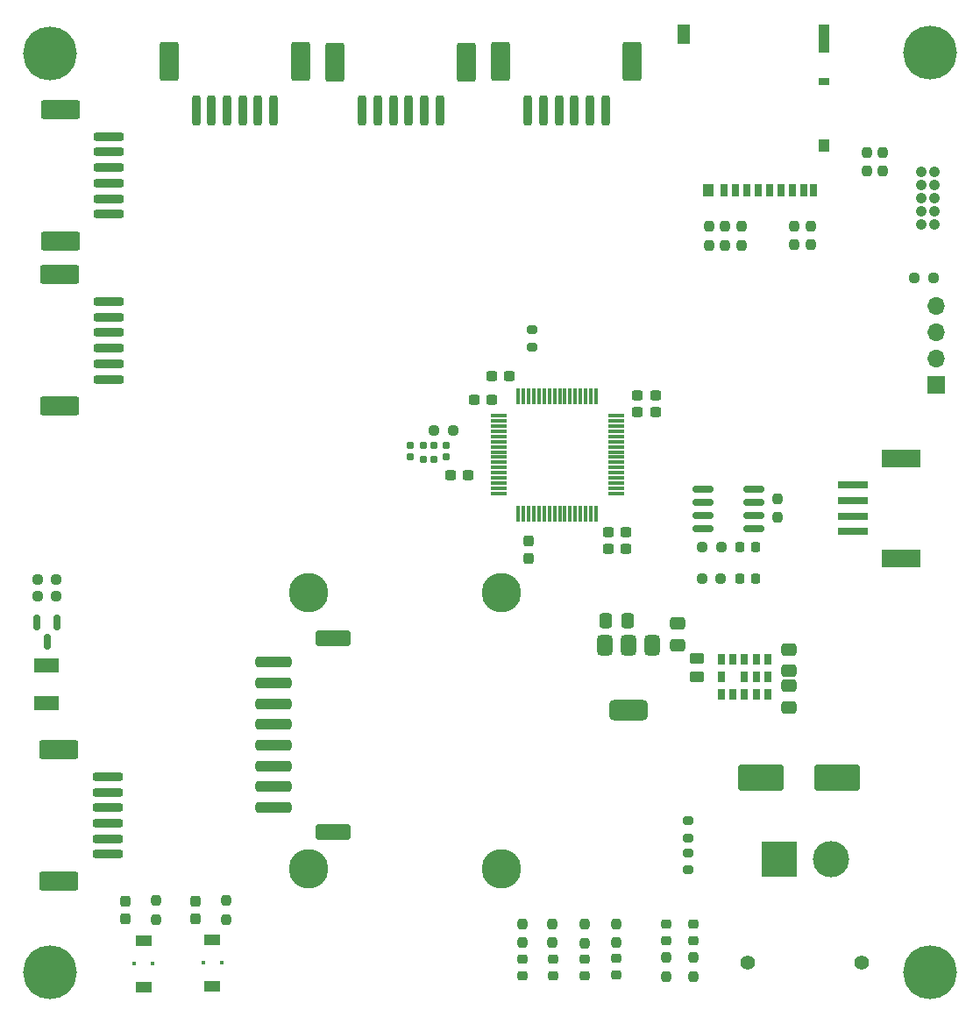
<source format=gts>
%TF.GenerationSoftware,KiCad,Pcbnew,8.0.4-8.0.4-0~ubuntu22.04.1*%
%TF.CreationDate,2024-08-14T22:53:29+09:00*%
%TF.ProjectId,main,6d61696e-2e6b-4696-9361-645f70636258,rev?*%
%TF.SameCoordinates,Original*%
%TF.FileFunction,Soldermask,Top*%
%TF.FilePolarity,Negative*%
%FSLAX46Y46*%
G04 Gerber Fmt 4.6, Leading zero omitted, Abs format (unit mm)*
G04 Created by KiCad (PCBNEW 8.0.4-8.0.4-0~ubuntu22.04.1) date 2024-08-14 22:53:29*
%MOMM*%
%LPD*%
G01*
G04 APERTURE LIST*
G04 Aperture macros list*
%AMRoundRect*
0 Rectangle with rounded corners*
0 $1 Rounding radius*
0 $2 $3 $4 $5 $6 $7 $8 $9 X,Y pos of 4 corners*
0 Add a 4 corners polygon primitive as box body*
4,1,4,$2,$3,$4,$5,$6,$7,$8,$9,$2,$3,0*
0 Add four circle primitives for the rounded corners*
1,1,$1+$1,$2,$3*
1,1,$1+$1,$4,$5*
1,1,$1+$1,$6,$7*
1,1,$1+$1,$8,$9*
0 Add four rect primitives between the rounded corners*
20,1,$1+$1,$2,$3,$4,$5,0*
20,1,$1+$1,$4,$5,$6,$7,0*
20,1,$1+$1,$6,$7,$8,$9,0*
20,1,$1+$1,$8,$9,$2,$3,0*%
G04 Aperture macros list end*
%ADD10RoundRect,0.218750X0.218750X0.256250X-0.218750X0.256250X-0.218750X-0.256250X0.218750X-0.256250X0*%
%ADD11RoundRect,0.237500X-0.300000X-0.237500X0.300000X-0.237500X0.300000X0.237500X-0.300000X0.237500X0*%
%ADD12RoundRect,0.250000X-0.450000X0.262500X-0.450000X-0.262500X0.450000X-0.262500X0.450000X0.262500X0*%
%ADD13RoundRect,0.237500X0.237500X-0.250000X0.237500X0.250000X-0.237500X0.250000X-0.237500X-0.250000X0*%
%ADD14R,1.600000X1.050000*%
%ADD15C,0.375000*%
%ADD16C,5.200000*%
%ADD17R,1.700000X1.700000*%
%ADD18O,1.700000X1.700000*%
%ADD19R,0.700000X1.200000*%
%ADD20R,1.000000X0.800000*%
%ADD21R,1.000000X1.200000*%
%ADD22R,1.000000X2.800000*%
%ADD23R,1.300000X1.900000*%
%ADD24RoundRect,0.237500X-0.237500X0.250000X-0.237500X-0.250000X0.237500X-0.250000X0.237500X0.250000X0*%
%ADD25C,3.800000*%
%ADD26RoundRect,0.237500X-0.250000X-0.237500X0.250000X-0.237500X0.250000X0.237500X-0.250000X0.237500X0*%
%ADD27RoundRect,0.237500X0.250000X0.237500X-0.250000X0.237500X-0.250000X-0.237500X0.250000X-0.237500X0*%
%ADD28RoundRect,0.200000X-1.250000X0.200000X-1.250000X-0.200000X1.250000X-0.200000X1.250000X0.200000X0*%
%ADD29RoundRect,0.250000X-1.650000X0.650000X-1.650000X-0.650000X1.650000X-0.650000X1.650000X0.650000X0*%
%ADD30RoundRect,0.218750X0.256250X-0.218750X0.256250X0.218750X-0.256250X0.218750X-0.256250X-0.218750X0*%
%ADD31R,2.400000X1.450000*%
%ADD32RoundRect,0.250000X-0.337500X-0.475000X0.337500X-0.475000X0.337500X0.475000X-0.337500X0.475000X0*%
%ADD33RoundRect,0.155000X0.155000X-0.212500X0.155000X0.212500X-0.155000X0.212500X-0.155000X-0.212500X0*%
%ADD34RoundRect,0.237500X-0.237500X0.300000X-0.237500X-0.300000X0.237500X-0.300000X0.237500X0.300000X0*%
%ADD35C,1.070000*%
%ADD36RoundRect,0.075000X-0.700000X-0.075000X0.700000X-0.075000X0.700000X0.075000X-0.700000X0.075000X0*%
%ADD37RoundRect,0.075000X-0.075000X-0.700000X0.075000X-0.700000X0.075000X0.700000X-0.075000X0.700000X0*%
%ADD38R,2.900000X0.800000*%
%ADD39R,3.800000X1.800000*%
%ADD40RoundRect,0.200000X0.275000X-0.200000X0.275000X0.200000X-0.275000X0.200000X-0.275000X-0.200000X0*%
%ADD41RoundRect,0.200000X0.200000X1.250000X-0.200000X1.250000X-0.200000X-1.250000X0.200000X-1.250000X0*%
%ADD42RoundRect,0.250000X0.650000X1.650000X-0.650000X1.650000X-0.650000X-1.650000X0.650000X-1.650000X0*%
%ADD43C,1.400000*%
%ADD44R,3.500000X3.500000*%
%ADD45C,3.500000*%
%ADD46RoundRect,0.250000X1.950000X1.000000X-1.950000X1.000000X-1.950000X-1.000000X1.950000X-1.000000X0*%
%ADD47RoundRect,0.375000X-0.375000X0.625000X-0.375000X-0.625000X0.375000X-0.625000X0.375000X0.625000X0*%
%ADD48RoundRect,0.500000X-1.400000X0.500000X-1.400000X-0.500000X1.400000X-0.500000X1.400000X0.500000X0*%
%ADD49RoundRect,0.175000X-0.175000X0.200000X-0.175000X-0.200000X0.175000X-0.200000X0.175000X0.200000X0*%
%ADD50RoundRect,0.155000X-0.155000X0.212500X-0.155000X-0.212500X0.155000X-0.212500X0.155000X0.212500X0*%
%ADD51RoundRect,0.250000X-0.475000X0.337500X-0.475000X-0.337500X0.475000X-0.337500X0.475000X0.337500X0*%
%ADD52RoundRect,0.150000X-0.150000X0.587500X-0.150000X-0.587500X0.150000X-0.587500X0.150000X0.587500X0*%
%ADD53RoundRect,0.237500X0.300000X0.237500X-0.300000X0.237500X-0.300000X-0.237500X0.300000X-0.237500X0*%
%ADD54RoundRect,0.250000X1.500000X-0.250000X1.500000X0.250000X-1.500000X0.250000X-1.500000X-0.250000X0*%
%ADD55RoundRect,0.250001X1.449999X-0.499999X1.449999X0.499999X-1.449999X0.499999X-1.449999X-0.499999X0*%
%ADD56RoundRect,0.250000X0.475000X-0.337500X0.475000X0.337500X-0.475000X0.337500X-0.475000X-0.337500X0*%
%ADD57RoundRect,0.150000X-0.825000X-0.150000X0.825000X-0.150000X0.825000X0.150000X-0.825000X0.150000X0*%
%ADD58R,0.700000X1.100000*%
%ADD59R,0.800000X1.100000*%
G04 APERTURE END LIST*
D10*
%TO.C,D7*%
X162719000Y-99016400D03*
X161144000Y-99016400D03*
%TD*%
D11*
%TO.C,C12*%
X137161100Y-82448400D03*
X138886100Y-82448400D03*
%TD*%
D12*
%TO.C,R1*%
X157017900Y-109716300D03*
X157017900Y-111541300D03*
%TD*%
D13*
%TO.C,R10*%
X159736000Y-69874200D03*
X159736000Y-68049200D03*
%TD*%
D14*
%TO.C,SW2*%
X110210000Y-136930000D03*
X110210000Y-141380000D03*
D15*
X111110000Y-139155000D03*
X109310000Y-139155000D03*
%TD*%
D16*
%TO.C,H3*%
X94550000Y-140100000D03*
X94550000Y-140100000D03*
%TD*%
D17*
%TO.C,J12*%
X180086000Y-83355200D03*
D18*
X180086000Y-80815200D03*
X180086000Y-78275200D03*
X180086000Y-75735200D03*
%TD*%
D19*
%TO.C,J9*%
X159640000Y-64550000D03*
X160740000Y-64550000D03*
X161840000Y-64550000D03*
X162940000Y-64550000D03*
X164040000Y-64550000D03*
X165140000Y-64550000D03*
X166240000Y-64550000D03*
X167340000Y-64550000D03*
X168290000Y-64550000D03*
D20*
X169240000Y-54050000D03*
D21*
X169240000Y-60250000D03*
D22*
X169240000Y-49900000D03*
D21*
X158090000Y-64550000D03*
D23*
X155740000Y-49450000D03*
%TD*%
D24*
%TO.C,R5*%
X154000000Y-138630200D03*
X154000000Y-140455200D03*
%TD*%
D25*
%TO.C,H6*%
X138090000Y-103360000D03*
%TD*%
D26*
%TO.C,R24*%
X178037500Y-72975000D03*
X179862500Y-72975000D03*
%TD*%
D25*
%TO.C,H8*%
X119490000Y-130060000D03*
%TD*%
D27*
%TO.C,R16*%
X133425000Y-87700000D03*
X131600000Y-87700000D03*
%TD*%
D11*
%TO.C,C6*%
X148437500Y-99175600D03*
X150162500Y-99175600D03*
%TD*%
D28*
%TO.C,J5*%
X100231400Y-59343600D03*
X100231400Y-60843600D03*
X100231400Y-62343600D03*
X100231400Y-63843600D03*
X100231400Y-65343600D03*
X100231400Y-66843600D03*
D29*
X95531400Y-56743600D03*
X95531400Y-69443600D03*
%TD*%
D30*
%TO.C,D3*%
X140157600Y-140401900D03*
X140157600Y-138826900D03*
%TD*%
D24*
%TO.C,R18*%
X164770000Y-94317500D03*
X164770000Y-96142500D03*
%TD*%
D25*
%TO.C,H5*%
X119490000Y-103360000D03*
%TD*%
D27*
%TO.C,R20*%
X95142500Y-103721400D03*
X93317500Y-103721400D03*
%TD*%
D31*
%TO.C,SP1*%
X94190000Y-114080000D03*
X94190000Y-110430000D03*
%TD*%
D32*
%TO.C,C4*%
X148217500Y-106095000D03*
X150292500Y-106095000D03*
%TD*%
D11*
%TO.C,C7*%
X151283500Y-85953600D03*
X153008500Y-85953600D03*
%TD*%
D16*
%TO.C,H2*%
X179525000Y-51275000D03*
X179525000Y-51275000D03*
%TD*%
%TO.C,H4*%
X179541600Y-140093000D03*
X179541600Y-140093000D03*
%TD*%
D24*
%TO.C,R15*%
X146125000Y-135400000D03*
X146125000Y-137225000D03*
%TD*%
D33*
%TO.C,C16*%
X129305000Y-90293600D03*
X129305000Y-89158600D03*
%TD*%
D34*
%TO.C,C14*%
X101828000Y-133161700D03*
X101828000Y-134886700D03*
%TD*%
D28*
%TO.C,J7*%
X100079000Y-121167200D03*
X100079000Y-122667200D03*
X100079000Y-124167200D03*
X100079000Y-125667200D03*
X100079000Y-127167200D03*
X100079000Y-128667200D03*
D29*
X95379000Y-118567200D03*
X95379000Y-131267200D03*
%TD*%
D35*
%TO.C,J11*%
X178705000Y-62730000D03*
X179975000Y-62730000D03*
X178705000Y-64000000D03*
X179975000Y-64000000D03*
X178705000Y-65270000D03*
X179975000Y-65270000D03*
X178705000Y-66540000D03*
X179975000Y-66540000D03*
X178705000Y-67810000D03*
X179975000Y-67810000D03*
%TD*%
D36*
%TO.C,U3*%
X137835000Y-86318400D03*
X137835000Y-86818400D03*
X137835000Y-87318400D03*
X137835000Y-87818400D03*
X137835000Y-88318400D03*
X137835000Y-88818400D03*
X137835000Y-89318400D03*
X137835000Y-89818400D03*
X137835000Y-90318400D03*
X137835000Y-90818400D03*
X137835000Y-91318400D03*
X137835000Y-91818400D03*
X137835000Y-92318400D03*
X137835000Y-92818400D03*
X137835000Y-93318400D03*
X137835000Y-93818400D03*
D37*
X139760000Y-95743400D03*
X140260000Y-95743400D03*
X140760000Y-95743400D03*
X141260000Y-95743400D03*
X141760000Y-95743400D03*
X142260000Y-95743400D03*
X142760000Y-95743400D03*
X143260000Y-95743400D03*
X143760000Y-95743400D03*
X144260000Y-95743400D03*
X144760000Y-95743400D03*
X145260000Y-95743400D03*
X145760000Y-95743400D03*
X146260000Y-95743400D03*
X146760000Y-95743400D03*
X147260000Y-95743400D03*
D36*
X149185000Y-93818400D03*
X149185000Y-93318400D03*
X149185000Y-92818400D03*
X149185000Y-92318400D03*
X149185000Y-91818400D03*
X149185000Y-91318400D03*
X149185000Y-90818400D03*
X149185000Y-90318400D03*
X149185000Y-89818400D03*
X149185000Y-89318400D03*
X149185000Y-88818400D03*
X149185000Y-88318400D03*
X149185000Y-87818400D03*
X149185000Y-87318400D03*
X149185000Y-86818400D03*
X149185000Y-86318400D03*
D37*
X147260000Y-84393400D03*
X146760000Y-84393400D03*
X146260000Y-84393400D03*
X145760000Y-84393400D03*
X145260000Y-84393400D03*
X144760000Y-84393400D03*
X144260000Y-84393400D03*
X143760000Y-84393400D03*
X143260000Y-84393400D03*
X142760000Y-84393400D03*
X142260000Y-84393400D03*
X141760000Y-84393400D03*
X141260000Y-84393400D03*
X140760000Y-84393400D03*
X140260000Y-84393400D03*
X139760000Y-84393400D03*
%TD*%
D24*
%TO.C,R13*%
X143050000Y-135387500D03*
X143050000Y-137212500D03*
%TD*%
%TO.C,R4*%
X156625000Y-138617700D03*
X156625000Y-140442700D03*
%TD*%
D38*
%TO.C,J8*%
X172050000Y-97510000D03*
X172050000Y-96010000D03*
X172050000Y-94510000D03*
X172050000Y-93010000D03*
D39*
X176750000Y-100110000D03*
X176750000Y-90410000D03*
%TD*%
D25*
%TO.C,H7*%
X138090000Y-130060000D03*
%TD*%
D14*
%TO.C,SW1*%
X103555200Y-137007300D03*
X103555200Y-141457300D03*
D15*
X104455200Y-139232300D03*
X102655200Y-139232300D03*
%TD*%
D40*
%TO.C,R3*%
X156150000Y-127065000D03*
X156150000Y-125415000D03*
%TD*%
D34*
%TO.C,C9*%
X140740000Y-98390000D03*
X140740000Y-100115000D03*
%TD*%
D41*
%TO.C,J4*%
X116119600Y-56797400D03*
X114619600Y-56797400D03*
X113119600Y-56797400D03*
X111619600Y-56797400D03*
X110119600Y-56797400D03*
X108619600Y-56797400D03*
D42*
X118719600Y-52097400D03*
X106019600Y-52097400D03*
%TD*%
D30*
%TO.C,D4*%
X143108400Y-140367000D03*
X143108400Y-138792000D03*
%TD*%
%TO.C,D1*%
X156625000Y-137017700D03*
X156625000Y-135442700D03*
%TD*%
D41*
%TO.C,J3*%
X132172400Y-56848200D03*
X130672400Y-56848200D03*
X129172400Y-56848200D03*
X127672400Y-56848200D03*
X126172400Y-56848200D03*
X124672400Y-56848200D03*
D42*
X134772400Y-52148200D03*
X122072400Y-52148200D03*
%TD*%
D11*
%TO.C,C10*%
X148437500Y-97550000D03*
X150162500Y-97550000D03*
%TD*%
D43*
%TO.C,J1*%
X172922500Y-139147500D03*
X161922500Y-139147500D03*
D44*
X164922500Y-129147500D03*
D45*
X169922500Y-129147500D03*
%TD*%
D16*
%TO.C,H1*%
X94550000Y-51300000D03*
X94550000Y-51300000D03*
%TD*%
D24*
%TO.C,R14*%
X104723600Y-133113600D03*
X104723600Y-134938600D03*
%TD*%
D46*
%TO.C,C1*%
X170560000Y-121270000D03*
X163160000Y-121270000D03*
%TD*%
D47*
%TO.C,U2*%
X152692500Y-108470000D03*
X150392500Y-108470000D03*
X148092500Y-108470000D03*
D48*
X150392500Y-114770000D03*
%TD*%
D30*
%TO.C,D5*%
X146125000Y-140379000D03*
X146125000Y-138804000D03*
%TD*%
D49*
%TO.C,Y1*%
X131575000Y-89138100D03*
X130575000Y-89138100D03*
X131575000Y-90488100D03*
X130575000Y-90488100D03*
%TD*%
D28*
%TO.C,J6*%
X100180600Y-75294800D03*
X100180600Y-76794800D03*
X100180600Y-78294800D03*
X100180600Y-79794800D03*
X100180600Y-81294800D03*
X100180600Y-82794800D03*
D29*
X95480600Y-72694800D03*
X95480600Y-85394800D03*
%TD*%
D10*
%TO.C,D8*%
X162719000Y-102016400D03*
X161144000Y-102016400D03*
%TD*%
D50*
%TO.C,C15*%
X132759400Y-89158600D03*
X132759400Y-90293600D03*
%TD*%
D51*
%TO.C,C5*%
X165907900Y-108880100D03*
X165907900Y-110955100D03*
%TD*%
D52*
%TO.C,Q1*%
X95180000Y-106282500D03*
X93280000Y-106282500D03*
X94230000Y-108157500D03*
%TD*%
D26*
%TO.C,R22*%
X157548900Y-99027800D03*
X159373900Y-99027800D03*
%TD*%
D53*
%TO.C,C13*%
X134942500Y-92040000D03*
X133217500Y-92040000D03*
%TD*%
D13*
%TO.C,R11*%
X158161200Y-69874200D03*
X158161200Y-68049200D03*
%TD*%
%TO.C,R25*%
X173425000Y-62700000D03*
X173425000Y-60875000D03*
%TD*%
D26*
%TO.C,R23*%
X157500000Y-102025000D03*
X159325000Y-102025000D03*
%TD*%
D54*
%TO.C,J10*%
X116100000Y-124125000D03*
X116100000Y-122125000D03*
X116100000Y-120125000D03*
X116100000Y-118125000D03*
X116100000Y-116125000D03*
X116100000Y-114125000D03*
X116100000Y-112125000D03*
X116100000Y-110125000D03*
D55*
X121850000Y-126475000D03*
X121850000Y-107775000D03*
%TD*%
D40*
%TO.C,R2*%
X156160000Y-130190000D03*
X156160000Y-128540000D03*
%TD*%
D13*
%TO.C,R7*%
X168016400Y-69819600D03*
X168016400Y-67994600D03*
%TD*%
D24*
%TO.C,R17*%
X149250000Y-135387500D03*
X149250000Y-137212500D03*
%TD*%
D13*
%TO.C,R9*%
X161310800Y-69876100D03*
X161310800Y-68051100D03*
%TD*%
%TO.C,R26*%
X174975000Y-62687500D03*
X174975000Y-60862500D03*
%TD*%
D56*
%TO.C,C2*%
X165907900Y-114460300D03*
X165907900Y-112385300D03*
%TD*%
D57*
%TO.C,U4*%
X157595800Y-93446600D03*
X157595800Y-94716600D03*
X157595800Y-95986600D03*
X157595800Y-97256600D03*
X162545800Y-97256600D03*
X162545800Y-95986600D03*
X162545800Y-94716600D03*
X162545800Y-93446600D03*
%TD*%
D30*
%TO.C,D2*%
X154000000Y-137012300D03*
X154000000Y-135437300D03*
%TD*%
D56*
%TO.C,C3*%
X155110000Y-108447500D03*
X155110000Y-106372500D03*
%TD*%
D24*
%TO.C,R12*%
X140150000Y-135387500D03*
X140150000Y-137212500D03*
%TD*%
D41*
%TO.C,J2*%
X148178000Y-56808200D03*
X146678000Y-56808200D03*
X145178000Y-56808200D03*
X143678000Y-56808200D03*
X142178000Y-56808200D03*
X140678000Y-56808200D03*
D42*
X150778000Y-52108200D03*
X138078000Y-52108200D03*
%TD*%
D13*
%TO.C,R8*%
X166390800Y-69821500D03*
X166390800Y-67996500D03*
%TD*%
D26*
%TO.C,R19*%
X93295000Y-102151400D03*
X95120000Y-102151400D03*
%TD*%
D24*
%TO.C,R21*%
X111530800Y-133136000D03*
X111530800Y-134961000D03*
%TD*%
D40*
%TO.C,R6*%
X141050000Y-79675000D03*
X141050000Y-78025000D03*
%TD*%
D53*
%TO.C,C8*%
X137209700Y-84734400D03*
X135484700Y-84734400D03*
%TD*%
D30*
%TO.C,D6*%
X149250000Y-140315700D03*
X149250000Y-138740700D03*
%TD*%
D34*
%TO.C,C17*%
X108584400Y-133186000D03*
X108584400Y-134911000D03*
%TD*%
D58*
%TO.C,U1*%
X159339900Y-113243200D03*
X160439900Y-113243200D03*
D59*
X161589900Y-113243200D03*
D58*
X162739900Y-113243200D03*
X163839900Y-113243200D03*
X163839900Y-111543200D03*
X163839900Y-109843200D03*
X162739900Y-109843200D03*
D59*
X161589900Y-109843200D03*
D58*
X160439900Y-109843200D03*
X159339900Y-109843200D03*
X159339900Y-111543200D03*
D59*
X161589900Y-111543200D03*
D58*
X162739900Y-111543200D03*
%TD*%
D11*
%TO.C,C11*%
X151283500Y-84328000D03*
X153008500Y-84328000D03*
%TD*%
M02*

</source>
